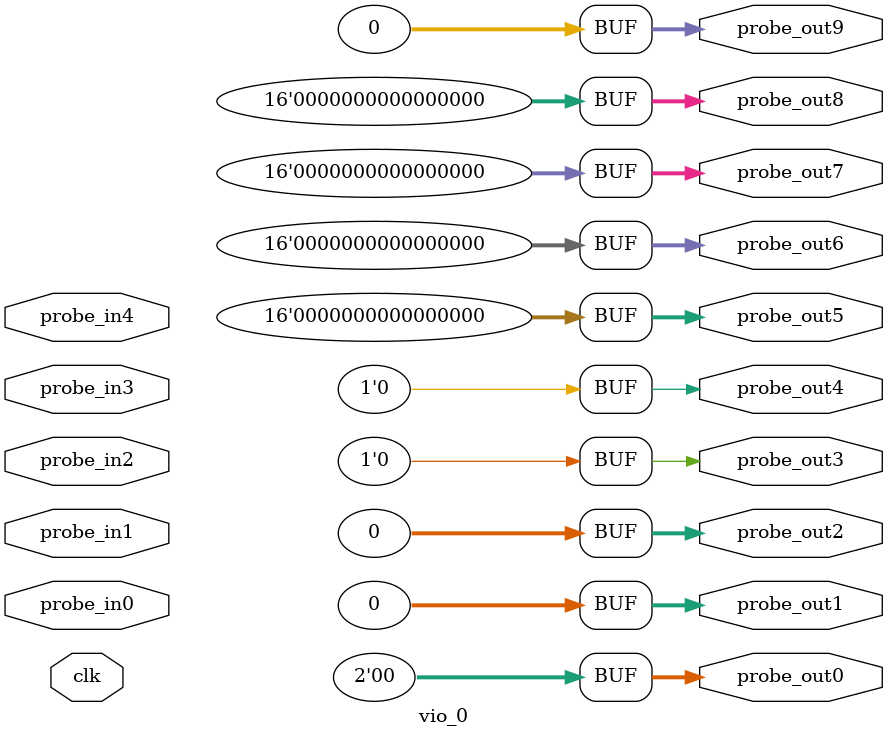
<source format=v>
`timescale 1ns / 1ps
module vio_0 (
clk,
probe_in0,probe_in1,probe_in2,probe_in3,probe_in4,
probe_out0,
probe_out1,
probe_out2,
probe_out3,
probe_out4,
probe_out5,
probe_out6,
probe_out7,
probe_out8,
probe_out9
);

input clk;
input [31 : 0] probe_in0;
input [3 : 0] probe_in1;
input [3 : 0] probe_in2;
input [0 : 0] probe_in3;
input [0 : 0] probe_in4;

output reg [1 : 0] probe_out0 = 'h0 ;
output reg [31 : 0] probe_out1 = 'h0 ;
output reg [31 : 0] probe_out2 = 'h0 ;
output reg [0 : 0] probe_out3 = 'h0 ;
output reg [0 : 0] probe_out4 = 'h0 ;
output reg [15 : 0] probe_out5 = 'h0 ;
output reg [15 : 0] probe_out6 = 'h0 ;
output reg [15 : 0] probe_out7 = 'h0 ;
output reg [15 : 0] probe_out8 = 'h0 ;
output reg [31 : 0] probe_out9 = 'h0 ;


endmodule

</source>
